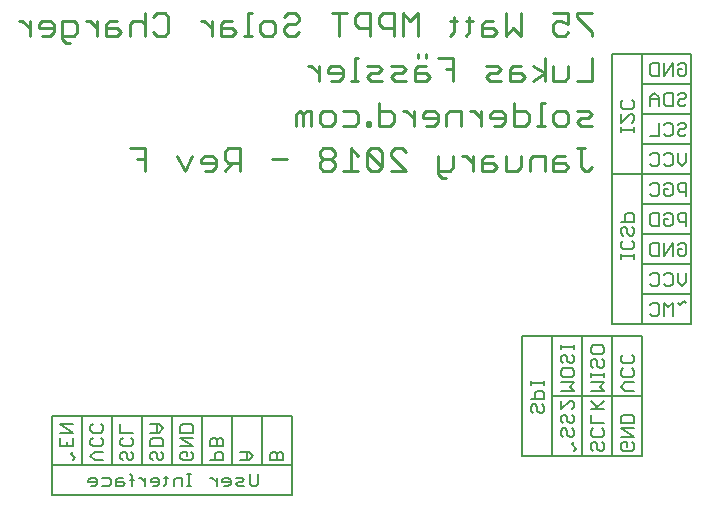
<source format=gbo>
G75*
%MOIN*%
%OFA0B0*%
%FSLAX25Y25*%
%IPPOS*%
%LPD*%
%AMOC8*
5,1,8,0,0,1.08239X$1,22.5*
%
%ADD10C,0.01100*%
%ADD11C,0.00700*%
%ADD12C,0.00591*%
D10*
X0198591Y0213622D02*
X0198591Y0221128D01*
X0193587Y0221128D01*
X0196089Y0217375D02*
X0198591Y0217375D01*
X0209424Y0218626D02*
X0211926Y0213622D01*
X0214428Y0218626D01*
X0217343Y0217375D02*
X0217343Y0216124D01*
X0222347Y0216124D01*
X0222347Y0214873D02*
X0222347Y0217375D01*
X0221096Y0218626D01*
X0218594Y0218626D01*
X0217343Y0217375D01*
X0218594Y0213622D02*
X0221096Y0213622D01*
X0222347Y0214873D01*
X0225262Y0213622D02*
X0227764Y0216124D01*
X0226513Y0216124D02*
X0230266Y0216124D01*
X0230266Y0213622D02*
X0230266Y0221128D01*
X0226513Y0221128D01*
X0225262Y0219877D01*
X0225262Y0217375D01*
X0226513Y0216124D01*
X0241099Y0217375D02*
X0246103Y0217375D01*
X0256937Y0216124D02*
X0256937Y0214873D01*
X0258188Y0213622D01*
X0260690Y0213622D01*
X0261941Y0214873D01*
X0261941Y0216124D01*
X0260690Y0217375D01*
X0258188Y0217375D01*
X0256937Y0216124D01*
X0258188Y0217375D02*
X0256937Y0218626D01*
X0256937Y0219877D01*
X0258188Y0221128D01*
X0260690Y0221128D01*
X0261941Y0219877D01*
X0261941Y0218626D01*
X0260690Y0217375D01*
X0264855Y0213622D02*
X0269860Y0213622D01*
X0267358Y0213622D02*
X0267358Y0221128D01*
X0269860Y0218626D01*
X0272774Y0219877D02*
X0272774Y0214873D01*
X0274025Y0213622D01*
X0276527Y0213622D01*
X0277778Y0214873D01*
X0272774Y0219877D01*
X0274025Y0221128D01*
X0276527Y0221128D01*
X0277778Y0219877D01*
X0277778Y0214873D01*
X0280693Y0213622D02*
X0285697Y0213622D01*
X0280693Y0218626D01*
X0280693Y0219877D01*
X0281944Y0221128D01*
X0284446Y0221128D01*
X0285697Y0219877D01*
X0288337Y0228622D02*
X0288337Y0233626D01*
X0288337Y0231124D02*
X0285835Y0233626D01*
X0284584Y0233626D01*
X0281738Y0232375D02*
X0280487Y0233626D01*
X0276734Y0233626D01*
X0276734Y0236128D02*
X0276734Y0228622D01*
X0280487Y0228622D01*
X0281738Y0229873D01*
X0281738Y0232375D01*
X0273819Y0229873D02*
X0273819Y0228622D01*
X0272568Y0228622D01*
X0272568Y0229873D01*
X0273819Y0229873D01*
X0269860Y0229873D02*
X0268609Y0228622D01*
X0264855Y0228622D01*
X0261941Y0229873D02*
X0260690Y0228622D01*
X0258188Y0228622D01*
X0256937Y0229873D01*
X0256937Y0232375D01*
X0258188Y0233626D01*
X0260690Y0233626D01*
X0261941Y0232375D01*
X0261941Y0229873D01*
X0264855Y0233626D02*
X0268609Y0233626D01*
X0269860Y0232375D01*
X0269860Y0229873D01*
X0269860Y0243622D02*
X0267358Y0243622D01*
X0268609Y0243622D02*
X0268609Y0251128D01*
X0269860Y0251128D01*
X0272774Y0248626D02*
X0276527Y0248626D01*
X0277778Y0247375D01*
X0276527Y0246124D01*
X0274025Y0246124D01*
X0272774Y0244873D01*
X0274025Y0243622D01*
X0277778Y0243622D01*
X0280693Y0244873D02*
X0281944Y0246124D01*
X0284446Y0246124D01*
X0285697Y0247375D01*
X0284446Y0248626D01*
X0280693Y0248626D01*
X0280693Y0244873D02*
X0281944Y0243622D01*
X0285697Y0243622D01*
X0288612Y0243622D02*
X0292365Y0243622D01*
X0293616Y0244873D01*
X0292365Y0246124D01*
X0288612Y0246124D01*
X0288612Y0247375D02*
X0288612Y0243622D01*
X0288612Y0247375D02*
X0289863Y0248626D01*
X0292365Y0248626D01*
X0292365Y0251128D02*
X0292365Y0252380D01*
X0289863Y0252380D02*
X0289863Y0251128D01*
X0296531Y0251128D02*
X0301535Y0251128D01*
X0301535Y0243622D01*
X0301535Y0247375D02*
X0299033Y0247375D01*
X0300352Y0258622D02*
X0301604Y0259873D01*
X0301604Y0264877D01*
X0302855Y0263626D02*
X0300352Y0263626D01*
X0305632Y0263626D02*
X0308134Y0263626D01*
X0306883Y0264877D02*
X0306883Y0259873D01*
X0305632Y0258622D01*
X0311048Y0258622D02*
X0311048Y0262375D01*
X0312299Y0263626D01*
X0314801Y0263626D01*
X0314801Y0261124D02*
X0311048Y0261124D01*
X0311048Y0258622D02*
X0314801Y0258622D01*
X0316053Y0259873D01*
X0314801Y0261124D01*
X0318967Y0258622D02*
X0318967Y0266128D01*
X0323971Y0266128D02*
X0323971Y0258622D01*
X0321469Y0261124D01*
X0318967Y0258622D01*
X0321538Y0248626D02*
X0320287Y0247375D01*
X0320287Y0243622D01*
X0324040Y0243622D01*
X0325291Y0244873D01*
X0324040Y0246124D01*
X0320287Y0246124D01*
X0321538Y0248626D02*
X0324040Y0248626D01*
X0328137Y0248626D02*
X0331890Y0246124D01*
X0328137Y0243622D01*
X0331890Y0243622D02*
X0331890Y0251128D01*
X0334805Y0248626D02*
X0334805Y0243622D01*
X0338558Y0243622D01*
X0339809Y0244873D01*
X0339809Y0248626D01*
X0347728Y0251128D02*
X0347728Y0243622D01*
X0342723Y0243622D01*
X0342723Y0233626D02*
X0346477Y0233626D01*
X0347728Y0232375D01*
X0346477Y0231124D01*
X0343974Y0231124D01*
X0342723Y0229873D01*
X0343974Y0228622D01*
X0347728Y0228622D01*
X0339809Y0229873D02*
X0338558Y0228622D01*
X0336056Y0228622D01*
X0334805Y0229873D01*
X0334805Y0232375D01*
X0336056Y0233626D01*
X0338558Y0233626D01*
X0339809Y0232375D01*
X0339809Y0229873D01*
X0331890Y0228622D02*
X0329388Y0228622D01*
X0330639Y0228622D02*
X0330639Y0236128D01*
X0331890Y0236128D01*
X0326611Y0232375D02*
X0325360Y0233626D01*
X0321607Y0233626D01*
X0321607Y0236128D02*
X0321607Y0228622D01*
X0325360Y0228622D01*
X0326611Y0229873D01*
X0326611Y0232375D01*
X0318692Y0232375D02*
X0317441Y0233626D01*
X0314939Y0233626D01*
X0313688Y0232375D01*
X0313688Y0231124D01*
X0318692Y0231124D01*
X0318692Y0229873D02*
X0318692Y0232375D01*
X0318692Y0229873D02*
X0317441Y0228622D01*
X0314939Y0228622D01*
X0310773Y0228622D02*
X0310773Y0233626D01*
X0308271Y0233626D02*
X0307020Y0233626D01*
X0308271Y0233626D02*
X0310773Y0231124D01*
X0304174Y0228622D02*
X0304174Y0233626D01*
X0300421Y0233626D01*
X0299170Y0232375D01*
X0299170Y0228622D01*
X0296256Y0229873D02*
X0296256Y0232375D01*
X0295005Y0233626D01*
X0292502Y0233626D01*
X0291251Y0232375D01*
X0291251Y0231124D01*
X0296256Y0231124D01*
X0296256Y0229873D02*
X0295005Y0228622D01*
X0292502Y0228622D01*
X0296531Y0218626D02*
X0296531Y0212371D01*
X0297782Y0211120D01*
X0299033Y0211120D01*
X0300284Y0213622D02*
X0296531Y0213622D01*
X0300284Y0213622D02*
X0301535Y0214873D01*
X0301535Y0218626D01*
X0304381Y0218626D02*
X0305632Y0218626D01*
X0308134Y0216124D01*
X0308134Y0213622D02*
X0308134Y0218626D01*
X0311048Y0217375D02*
X0311048Y0213622D01*
X0314801Y0213622D01*
X0316053Y0214873D01*
X0314801Y0216124D01*
X0311048Y0216124D01*
X0311048Y0217375D02*
X0312299Y0218626D01*
X0314801Y0218626D01*
X0318967Y0218626D02*
X0318967Y0213622D01*
X0322720Y0213622D01*
X0323971Y0214873D01*
X0323971Y0218626D01*
X0326886Y0217375D02*
X0326886Y0213622D01*
X0326886Y0217375D02*
X0328137Y0218626D01*
X0331890Y0218626D01*
X0331890Y0213622D01*
X0334805Y0213622D02*
X0338558Y0213622D01*
X0339809Y0214873D01*
X0338558Y0216124D01*
X0334805Y0216124D01*
X0334805Y0217375D02*
X0334805Y0213622D01*
X0334805Y0217375D02*
X0336056Y0218626D01*
X0338558Y0218626D01*
X0342723Y0221128D02*
X0345225Y0221128D01*
X0343974Y0221128D02*
X0343974Y0214873D01*
X0345225Y0213622D01*
X0346477Y0213622D01*
X0347728Y0214873D01*
X0317372Y0243622D02*
X0313619Y0243622D01*
X0312368Y0244873D01*
X0313619Y0246124D01*
X0316121Y0246124D01*
X0317372Y0247375D01*
X0316121Y0248626D01*
X0312368Y0248626D01*
X0334805Y0259873D02*
X0336056Y0258622D01*
X0338558Y0258622D01*
X0339809Y0259873D01*
X0339809Y0262375D02*
X0337307Y0263626D01*
X0336056Y0263626D01*
X0334805Y0262375D01*
X0334805Y0259873D01*
X0334805Y0266128D02*
X0339809Y0266128D01*
X0339809Y0262375D01*
X0342723Y0264877D02*
X0347728Y0259873D01*
X0347728Y0258622D01*
X0347728Y0266128D02*
X0342723Y0266128D01*
X0342723Y0264877D01*
X0289657Y0266128D02*
X0289657Y0258622D01*
X0284652Y0258622D02*
X0284652Y0266128D01*
X0287155Y0263626D01*
X0289657Y0266128D01*
X0281738Y0266128D02*
X0281738Y0258622D01*
X0281738Y0261124D02*
X0277985Y0261124D01*
X0276734Y0262375D01*
X0276734Y0264877D01*
X0277985Y0266128D01*
X0281738Y0266128D01*
X0273819Y0266128D02*
X0273819Y0258622D01*
X0273819Y0261124D02*
X0270066Y0261124D01*
X0268815Y0262375D01*
X0268815Y0264877D01*
X0270066Y0266128D01*
X0273819Y0266128D01*
X0265900Y0266128D02*
X0260896Y0266128D01*
X0263398Y0266128D02*
X0263398Y0258622D01*
X0263330Y0248626D02*
X0260827Y0248626D01*
X0259576Y0247375D01*
X0259576Y0246124D01*
X0264581Y0246124D01*
X0264581Y0244873D02*
X0264581Y0247375D01*
X0263330Y0248626D01*
X0264581Y0244873D02*
X0263330Y0243622D01*
X0260827Y0243622D01*
X0256662Y0243622D02*
X0256662Y0248626D01*
X0256662Y0246124D02*
X0254160Y0248626D01*
X0252909Y0248626D01*
X0248812Y0258622D02*
X0246310Y0258622D01*
X0245059Y0259873D01*
X0245059Y0261124D01*
X0246310Y0262375D01*
X0248812Y0262375D01*
X0250063Y0263626D01*
X0250063Y0264877D01*
X0248812Y0266128D01*
X0246310Y0266128D01*
X0245059Y0264877D01*
X0242144Y0262375D02*
X0242144Y0259873D01*
X0240893Y0258622D01*
X0238391Y0258622D01*
X0237140Y0259873D01*
X0237140Y0262375D01*
X0238391Y0263626D01*
X0240893Y0263626D01*
X0242144Y0262375D01*
X0234225Y0258622D02*
X0231723Y0258622D01*
X0232974Y0258622D02*
X0232974Y0266128D01*
X0234225Y0266128D01*
X0227695Y0263626D02*
X0225193Y0263626D01*
X0223942Y0262375D01*
X0223942Y0258622D01*
X0227695Y0258622D01*
X0228946Y0259873D01*
X0227695Y0261124D01*
X0223942Y0261124D01*
X0221027Y0261124D02*
X0218525Y0263626D01*
X0217274Y0263626D01*
X0221027Y0263626D02*
X0221027Y0258622D01*
X0206510Y0259873D02*
X0205259Y0258622D01*
X0202756Y0258622D01*
X0201505Y0259873D01*
X0198591Y0258622D02*
X0198591Y0266128D01*
X0197340Y0263626D02*
X0198591Y0262375D01*
X0197340Y0263626D02*
X0194838Y0263626D01*
X0193587Y0262375D01*
X0193587Y0258622D01*
X0190672Y0259873D02*
X0189421Y0261124D01*
X0185668Y0261124D01*
X0185668Y0262375D02*
X0185668Y0258622D01*
X0189421Y0258622D01*
X0190672Y0259873D01*
X0189421Y0263626D02*
X0186919Y0263626D01*
X0185668Y0262375D01*
X0182753Y0261124D02*
X0180251Y0263626D01*
X0179000Y0263626D01*
X0176154Y0262375D02*
X0176154Y0259873D01*
X0174903Y0258622D01*
X0171150Y0258622D01*
X0171150Y0257371D02*
X0171150Y0263626D01*
X0174903Y0263626D01*
X0176154Y0262375D01*
X0182753Y0263626D02*
X0182753Y0258622D01*
X0173652Y0256120D02*
X0172401Y0256120D01*
X0171150Y0257371D01*
X0168236Y0259873D02*
X0168236Y0262375D01*
X0166985Y0263626D01*
X0164482Y0263626D01*
X0163231Y0262375D01*
X0163231Y0261124D01*
X0168236Y0261124D01*
X0168236Y0259873D02*
X0166985Y0258622D01*
X0164482Y0258622D01*
X0160317Y0258622D02*
X0160317Y0263626D01*
X0160317Y0261124D02*
X0157815Y0263626D01*
X0156564Y0263626D01*
X0201505Y0264877D02*
X0202756Y0266128D01*
X0205259Y0266128D01*
X0206510Y0264877D01*
X0206510Y0259873D01*
X0248812Y0258622D02*
X0250063Y0259873D01*
X0250269Y0233626D02*
X0249018Y0232375D01*
X0249018Y0228622D01*
X0251520Y0228622D02*
X0251520Y0232375D01*
X0250269Y0233626D01*
X0251520Y0232375D02*
X0252771Y0233626D01*
X0254022Y0233626D01*
X0254022Y0228622D01*
D11*
X0337378Y0155468D02*
X0337378Y0154034D01*
X0337378Y0154751D02*
X0341681Y0154751D01*
X0341681Y0154034D02*
X0341681Y0155468D01*
X0340964Y0152299D02*
X0341681Y0151582D01*
X0341681Y0150147D01*
X0340964Y0149430D01*
X0340247Y0149430D01*
X0339529Y0150147D01*
X0339529Y0151582D01*
X0338812Y0152299D01*
X0338095Y0152299D01*
X0337378Y0151582D01*
X0337378Y0150147D01*
X0338095Y0149430D01*
X0338095Y0147695D02*
X0340964Y0147695D01*
X0341681Y0146978D01*
X0341681Y0145543D01*
X0340964Y0144826D01*
X0338095Y0144826D01*
X0337378Y0145543D01*
X0337378Y0146978D01*
X0338095Y0147695D01*
X0337378Y0143091D02*
X0341681Y0143091D01*
X0340247Y0141657D01*
X0341681Y0140222D01*
X0337378Y0140222D01*
X0337378Y0136903D02*
X0337378Y0134034D01*
X0340247Y0136903D01*
X0340964Y0136903D01*
X0341681Y0136186D01*
X0341681Y0134751D01*
X0340964Y0134034D01*
X0340964Y0132299D02*
X0341681Y0131582D01*
X0341681Y0130147D01*
X0340964Y0129430D01*
X0340247Y0129430D01*
X0339529Y0130147D01*
X0339529Y0131582D01*
X0338812Y0132299D01*
X0338095Y0132299D01*
X0337378Y0131582D01*
X0337378Y0130147D01*
X0338095Y0129430D01*
X0338095Y0127695D02*
X0337378Y0126978D01*
X0337378Y0125543D01*
X0338095Y0124826D01*
X0339529Y0125543D02*
X0339529Y0126978D01*
X0338812Y0127695D01*
X0338095Y0127695D01*
X0339529Y0125543D02*
X0340247Y0124826D01*
X0340964Y0124826D01*
X0341681Y0125543D01*
X0341681Y0126978D01*
X0340964Y0127695D01*
X0341681Y0123091D02*
X0340964Y0122374D01*
X0342399Y0120939D01*
X0341681Y0120222D01*
X0347378Y0120939D02*
X0347378Y0122374D01*
X0348095Y0123091D01*
X0348812Y0123091D01*
X0349529Y0122374D01*
X0349529Y0120939D01*
X0350247Y0120222D01*
X0350964Y0120222D01*
X0351681Y0120939D01*
X0351681Y0122374D01*
X0350964Y0123091D01*
X0350964Y0124826D02*
X0348095Y0124826D01*
X0347378Y0125543D01*
X0347378Y0126978D01*
X0348095Y0127695D01*
X0347378Y0129430D02*
X0347378Y0132299D01*
X0347378Y0134034D02*
X0351681Y0134034D01*
X0349529Y0134751D02*
X0347378Y0136903D01*
X0348812Y0134034D02*
X0351681Y0136903D01*
X0351681Y0140222D02*
X0347378Y0140222D01*
X0347378Y0143091D02*
X0351681Y0143091D01*
X0350247Y0141657D01*
X0351681Y0140222D01*
X0351681Y0144826D02*
X0351681Y0146261D01*
X0351681Y0145543D02*
X0347378Y0145543D01*
X0347378Y0144826D02*
X0347378Y0146261D01*
X0348095Y0147895D02*
X0347378Y0148613D01*
X0347378Y0150047D01*
X0348095Y0150764D01*
X0348812Y0150764D01*
X0349529Y0150047D01*
X0349529Y0148613D01*
X0350247Y0147895D01*
X0350964Y0147895D01*
X0351681Y0148613D01*
X0351681Y0150047D01*
X0350964Y0150764D01*
X0350964Y0152499D02*
X0348095Y0152499D01*
X0347378Y0153216D01*
X0347378Y0154651D01*
X0348095Y0155368D01*
X0350964Y0155368D01*
X0351681Y0154651D01*
X0351681Y0153216D01*
X0350964Y0152499D01*
X0357378Y0151582D02*
X0358095Y0152299D01*
X0357378Y0151582D02*
X0357378Y0150147D01*
X0358095Y0149430D01*
X0360964Y0149430D01*
X0361681Y0150147D01*
X0361681Y0151582D01*
X0360964Y0152299D01*
X0360964Y0147695D02*
X0361681Y0146978D01*
X0361681Y0145543D01*
X0360964Y0144826D01*
X0358095Y0144826D01*
X0357378Y0145543D01*
X0357378Y0146978D01*
X0358095Y0147695D01*
X0358812Y0143091D02*
X0357378Y0141657D01*
X0358812Y0140222D01*
X0361681Y0140222D01*
X0361681Y0143091D02*
X0358812Y0143091D01*
X0358095Y0132299D02*
X0357378Y0131582D01*
X0357378Y0129430D01*
X0361681Y0129430D01*
X0361681Y0131582D01*
X0360964Y0132299D01*
X0358095Y0132299D01*
X0357378Y0127695D02*
X0361681Y0127695D01*
X0361681Y0124826D02*
X0357378Y0124826D01*
X0358095Y0123091D02*
X0357378Y0122374D01*
X0357378Y0120939D01*
X0358095Y0120222D01*
X0360964Y0120222D01*
X0361681Y0120939D01*
X0361681Y0122374D01*
X0360964Y0123091D01*
X0359529Y0123091D02*
X0359529Y0121657D01*
X0359529Y0123091D02*
X0358095Y0123091D01*
X0361681Y0124826D02*
X0357378Y0127695D01*
X0351681Y0126978D02*
X0351681Y0125543D01*
X0350964Y0124826D01*
X0351681Y0126978D02*
X0350964Y0127695D01*
X0351681Y0129430D02*
X0347378Y0129430D01*
X0347378Y0120939D02*
X0348095Y0120222D01*
X0331681Y0133551D02*
X0330964Y0132833D01*
X0330247Y0132833D01*
X0329529Y0133551D01*
X0329529Y0134985D01*
X0328812Y0135703D01*
X0328095Y0135703D01*
X0327378Y0134985D01*
X0327378Y0133551D01*
X0328095Y0132833D01*
X0331681Y0133551D02*
X0331681Y0134985D01*
X0330964Y0135703D01*
X0331681Y0137437D02*
X0327378Y0137437D01*
X0328812Y0137437D02*
X0328812Y0139589D01*
X0329529Y0140306D01*
X0330964Y0140306D01*
X0331681Y0139589D01*
X0331681Y0137437D01*
X0331681Y0142041D02*
X0331681Y0143476D01*
X0331681Y0142759D02*
X0327378Y0142759D01*
X0327378Y0143476D02*
X0327378Y0142041D01*
X0367101Y0165939D02*
X0367818Y0165222D01*
X0369252Y0165222D01*
X0369970Y0165939D01*
X0369970Y0168808D01*
X0369252Y0169526D01*
X0367818Y0169526D01*
X0367101Y0168808D01*
X0371705Y0169526D02*
X0371705Y0165222D01*
X0374574Y0165222D02*
X0374574Y0169526D01*
X0373139Y0168091D01*
X0371705Y0169526D01*
X0376308Y0169526D02*
X0377026Y0168808D01*
X0378460Y0170243D01*
X0379178Y0169526D01*
X0377743Y0175222D02*
X0376308Y0176657D01*
X0376308Y0179526D01*
X0374574Y0178808D02*
X0373856Y0179526D01*
X0372422Y0179526D01*
X0371705Y0178808D01*
X0369970Y0178808D02*
X0369970Y0175939D01*
X0369252Y0175222D01*
X0367818Y0175222D01*
X0367101Y0175939D01*
X0367101Y0178808D02*
X0367818Y0179526D01*
X0369252Y0179526D01*
X0369970Y0178808D01*
X0371705Y0175939D02*
X0372422Y0175222D01*
X0373856Y0175222D01*
X0374574Y0175939D01*
X0374574Y0178808D01*
X0379178Y0179526D02*
X0379178Y0176657D01*
X0377743Y0175222D01*
X0377026Y0185222D02*
X0376308Y0185939D01*
X0376308Y0187374D01*
X0377743Y0187374D01*
X0376308Y0188808D02*
X0377026Y0189526D01*
X0378460Y0189526D01*
X0379178Y0188808D01*
X0379178Y0185939D01*
X0378460Y0185222D01*
X0377026Y0185222D01*
X0374574Y0185222D02*
X0374574Y0189526D01*
X0371705Y0185222D01*
X0371705Y0189526D01*
X0369970Y0189526D02*
X0367818Y0189526D01*
X0367101Y0188808D01*
X0367101Y0185939D01*
X0367818Y0185222D01*
X0369970Y0185222D01*
X0369970Y0189526D01*
X0369970Y0195222D02*
X0367818Y0195222D01*
X0367101Y0195939D01*
X0367101Y0198808D01*
X0367818Y0199526D01*
X0369970Y0199526D01*
X0369970Y0195222D01*
X0371705Y0195939D02*
X0371705Y0197374D01*
X0373139Y0197374D01*
X0371705Y0198808D02*
X0372422Y0199526D01*
X0373856Y0199526D01*
X0374574Y0198808D01*
X0374574Y0195939D01*
X0373856Y0195222D01*
X0372422Y0195222D01*
X0371705Y0195939D01*
X0376308Y0197374D02*
X0376308Y0198808D01*
X0377026Y0199526D01*
X0379178Y0199526D01*
X0379178Y0195222D01*
X0379178Y0196657D02*
X0377026Y0196657D01*
X0376308Y0197374D01*
X0373856Y0205222D02*
X0372422Y0205222D01*
X0371705Y0205939D01*
X0371705Y0207374D01*
X0373139Y0207374D01*
X0371705Y0208808D02*
X0372422Y0209526D01*
X0373856Y0209526D01*
X0374574Y0208808D01*
X0374574Y0205939D01*
X0373856Y0205222D01*
X0376308Y0207374D02*
X0377026Y0206657D01*
X0379178Y0206657D01*
X0379178Y0205222D02*
X0379178Y0209526D01*
X0377026Y0209526D01*
X0376308Y0208808D01*
X0376308Y0207374D01*
X0369970Y0208808D02*
X0369970Y0205939D01*
X0369252Y0205222D01*
X0367818Y0205222D01*
X0367101Y0205939D01*
X0367101Y0208808D02*
X0367818Y0209526D01*
X0369252Y0209526D01*
X0369970Y0208808D01*
X0369252Y0215222D02*
X0367818Y0215222D01*
X0367101Y0215939D01*
X0369252Y0215222D02*
X0369970Y0215939D01*
X0369970Y0218808D01*
X0369252Y0219526D01*
X0367818Y0219526D01*
X0367101Y0218808D01*
X0371705Y0218808D02*
X0372422Y0219526D01*
X0373856Y0219526D01*
X0374574Y0218808D01*
X0374574Y0215939D01*
X0373856Y0215222D01*
X0372422Y0215222D01*
X0371705Y0215939D01*
X0376308Y0216657D02*
X0376308Y0219526D01*
X0376308Y0216657D02*
X0377743Y0215222D01*
X0379178Y0216657D01*
X0379178Y0219526D01*
X0378460Y0225222D02*
X0379178Y0225939D01*
X0378460Y0225222D02*
X0377026Y0225222D01*
X0376308Y0225939D01*
X0376308Y0226657D01*
X0377026Y0227374D01*
X0378460Y0227374D01*
X0379178Y0228091D01*
X0379178Y0228808D01*
X0378460Y0229526D01*
X0377026Y0229526D01*
X0376308Y0228808D01*
X0374574Y0228808D02*
X0374574Y0225939D01*
X0373856Y0225222D01*
X0372422Y0225222D01*
X0371705Y0225939D01*
X0369970Y0225222D02*
X0367101Y0225222D01*
X0369970Y0225222D02*
X0369970Y0229526D01*
X0371705Y0228808D02*
X0372422Y0229526D01*
X0373856Y0229526D01*
X0374574Y0228808D01*
X0374574Y0235222D02*
X0372422Y0235222D01*
X0371705Y0235939D01*
X0371705Y0238808D01*
X0372422Y0239526D01*
X0374574Y0239526D01*
X0374574Y0235222D01*
X0376308Y0235939D02*
X0377026Y0235222D01*
X0378460Y0235222D01*
X0379178Y0235939D01*
X0378460Y0237374D02*
X0377026Y0237374D01*
X0376308Y0236657D01*
X0376308Y0235939D01*
X0378460Y0237374D02*
X0379178Y0238091D01*
X0379178Y0238808D01*
X0378460Y0239526D01*
X0377026Y0239526D01*
X0376308Y0238808D01*
X0369970Y0238091D02*
X0369970Y0235222D01*
X0369970Y0237374D02*
X0367101Y0237374D01*
X0367101Y0238091D02*
X0367101Y0235222D01*
X0367101Y0238091D02*
X0368535Y0239526D01*
X0369970Y0238091D01*
X0369970Y0245222D02*
X0367818Y0245222D01*
X0367101Y0245939D01*
X0367101Y0248808D01*
X0367818Y0249526D01*
X0369970Y0249526D01*
X0369970Y0245222D01*
X0371705Y0245222D02*
X0371705Y0249526D01*
X0374574Y0249526D02*
X0371705Y0245222D01*
X0374574Y0245222D02*
X0374574Y0249526D01*
X0376308Y0248808D02*
X0377026Y0249526D01*
X0378460Y0249526D01*
X0379178Y0248808D01*
X0379178Y0245939D01*
X0378460Y0245222D01*
X0377026Y0245222D01*
X0376308Y0245939D01*
X0376308Y0247374D01*
X0377743Y0247374D01*
X0361681Y0236409D02*
X0361681Y0234974D01*
X0360964Y0234257D01*
X0358095Y0234257D01*
X0357378Y0234974D01*
X0357378Y0236409D01*
X0358095Y0237126D01*
X0360964Y0237126D02*
X0361681Y0236409D01*
X0360964Y0232522D02*
X0361681Y0231805D01*
X0361681Y0230370D01*
X0360964Y0229653D01*
X0361681Y0228018D02*
X0361681Y0226583D01*
X0361681Y0227301D02*
X0357378Y0227301D01*
X0357378Y0228018D02*
X0357378Y0226583D01*
X0357378Y0229653D02*
X0360247Y0232522D01*
X0360964Y0232522D01*
X0357378Y0232522D02*
X0357378Y0229653D01*
X0359529Y0199428D02*
X0358812Y0198710D01*
X0358812Y0196559D01*
X0357378Y0196559D02*
X0361681Y0196559D01*
X0361681Y0198710D01*
X0360964Y0199428D01*
X0359529Y0199428D01*
X0358812Y0194824D02*
X0358095Y0194824D01*
X0357378Y0194107D01*
X0357378Y0192672D01*
X0358095Y0191955D01*
X0359529Y0192672D02*
X0359529Y0194107D01*
X0358812Y0194824D01*
X0360964Y0194824D02*
X0361681Y0194107D01*
X0361681Y0192672D01*
X0360964Y0191955D01*
X0360247Y0191955D01*
X0359529Y0192672D01*
X0358095Y0190220D02*
X0357378Y0189503D01*
X0357378Y0188068D01*
X0358095Y0187351D01*
X0360964Y0187351D01*
X0361681Y0188068D01*
X0361681Y0189503D01*
X0360964Y0190220D01*
X0361681Y0185716D02*
X0361681Y0184281D01*
X0361681Y0184999D02*
X0357378Y0184999D01*
X0357378Y0185716D02*
X0357378Y0184281D01*
X0244806Y0119249D02*
X0244806Y0117097D01*
X0240503Y0117097D01*
X0240503Y0119249D01*
X0241220Y0119966D01*
X0241937Y0119966D01*
X0242654Y0119249D01*
X0242654Y0117097D01*
X0242654Y0119249D02*
X0243372Y0119966D01*
X0244089Y0119966D01*
X0244806Y0119249D01*
X0234806Y0118532D02*
X0233372Y0119966D01*
X0230503Y0119966D01*
X0232654Y0119966D02*
X0232654Y0117097D01*
X0233372Y0117097D02*
X0234806Y0118532D01*
X0233372Y0117097D02*
X0230503Y0117097D01*
X0233592Y0112651D02*
X0233592Y0109064D01*
X0234309Y0108347D01*
X0235744Y0108347D01*
X0236461Y0109064D01*
X0236461Y0112651D01*
X0231857Y0110499D02*
X0231140Y0111216D01*
X0228988Y0111216D01*
X0229705Y0109782D02*
X0228988Y0109064D01*
X0229705Y0108347D01*
X0231857Y0108347D01*
X0231140Y0109782D02*
X0231857Y0110499D01*
X0231140Y0109782D02*
X0229705Y0109782D01*
X0227253Y0109782D02*
X0224384Y0109782D01*
X0224384Y0110499D01*
X0225101Y0111216D01*
X0226536Y0111216D01*
X0227253Y0110499D01*
X0227253Y0109064D01*
X0226536Y0108347D01*
X0225101Y0108347D01*
X0222649Y0108347D02*
X0222649Y0111216D01*
X0222649Y0109782D02*
X0221214Y0111216D01*
X0220497Y0111216D01*
X0220503Y0117097D02*
X0224806Y0117097D01*
X0224806Y0119249D01*
X0224089Y0119966D01*
X0222654Y0119966D01*
X0221937Y0119249D01*
X0221937Y0117097D01*
X0222654Y0121701D02*
X0222654Y0123853D01*
X0221937Y0124570D01*
X0221220Y0124570D01*
X0220503Y0123853D01*
X0220503Y0121701D01*
X0224806Y0121701D01*
X0224806Y0123853D01*
X0224089Y0124570D01*
X0223372Y0124570D01*
X0222654Y0123853D01*
X0214806Y0124570D02*
X0210503Y0124570D01*
X0214806Y0121701D01*
X0210503Y0121701D01*
X0211220Y0119966D02*
X0210503Y0119249D01*
X0210503Y0117814D01*
X0211220Y0117097D01*
X0214089Y0117097D01*
X0214806Y0117814D01*
X0214806Y0119249D01*
X0214089Y0119966D01*
X0212654Y0119966D02*
X0212654Y0118532D01*
X0212654Y0119966D02*
X0211220Y0119966D01*
X0210503Y0126305D02*
X0210503Y0128457D01*
X0211220Y0129174D01*
X0214089Y0129174D01*
X0214806Y0128457D01*
X0214806Y0126305D01*
X0210503Y0126305D01*
X0204806Y0127739D02*
X0203372Y0129174D01*
X0200503Y0129174D01*
X0202654Y0129174D02*
X0202654Y0126305D01*
X0203372Y0126305D02*
X0204806Y0127739D01*
X0203372Y0126305D02*
X0200503Y0126305D01*
X0201220Y0124570D02*
X0204089Y0124570D01*
X0204806Y0123853D01*
X0204806Y0121701D01*
X0200503Y0121701D01*
X0200503Y0123853D01*
X0201220Y0124570D01*
X0201220Y0119966D02*
X0200503Y0119249D01*
X0200503Y0117814D01*
X0201220Y0117097D01*
X0202654Y0117814D02*
X0202654Y0119249D01*
X0201937Y0119966D01*
X0201220Y0119966D01*
X0202654Y0117814D02*
X0203372Y0117097D01*
X0204089Y0117097D01*
X0204806Y0117814D01*
X0204806Y0119249D01*
X0204089Y0119966D01*
X0205818Y0111933D02*
X0205818Y0109064D01*
X0205101Y0108347D01*
X0203466Y0109064D02*
X0203466Y0110499D01*
X0202749Y0111216D01*
X0201314Y0111216D01*
X0200597Y0110499D01*
X0200597Y0109782D01*
X0203466Y0109782D01*
X0203466Y0109064D02*
X0202749Y0108347D01*
X0201314Y0108347D01*
X0198862Y0108347D02*
X0198862Y0111216D01*
X0198862Y0109782D02*
X0197428Y0111216D01*
X0196710Y0111216D01*
X0195026Y0110499D02*
X0193591Y0110499D01*
X0194308Y0111933D02*
X0194308Y0108347D01*
X0191956Y0109064D02*
X0191239Y0109782D01*
X0189087Y0109782D01*
X0189087Y0110499D02*
X0189087Y0108347D01*
X0191239Y0108347D01*
X0191956Y0109064D01*
X0191239Y0111216D02*
X0189804Y0111216D01*
X0189087Y0110499D01*
X0187352Y0110499D02*
X0186635Y0111216D01*
X0184483Y0111216D01*
X0182748Y0110499D02*
X0182031Y0111216D01*
X0180597Y0111216D01*
X0179879Y0110499D01*
X0179879Y0109782D01*
X0182748Y0109782D01*
X0182748Y0110499D02*
X0182748Y0109064D01*
X0182031Y0108347D01*
X0180597Y0108347D01*
X0184483Y0108347D02*
X0186635Y0108347D01*
X0187352Y0109064D01*
X0187352Y0110499D01*
X0193591Y0112651D02*
X0194308Y0111933D01*
X0194089Y0117097D02*
X0193372Y0117097D01*
X0192654Y0117814D01*
X0192654Y0119249D01*
X0191937Y0119966D01*
X0191220Y0119966D01*
X0190503Y0119249D01*
X0190503Y0117814D01*
X0191220Y0117097D01*
X0194089Y0117097D02*
X0194806Y0117814D01*
X0194806Y0119249D01*
X0194089Y0119966D01*
X0194089Y0121701D02*
X0191220Y0121701D01*
X0190503Y0122418D01*
X0190503Y0123853D01*
X0191220Y0124570D01*
X0190503Y0126305D02*
X0190503Y0129174D01*
X0190503Y0126305D02*
X0194806Y0126305D01*
X0194089Y0124570D02*
X0194806Y0123853D01*
X0194806Y0122418D01*
X0194089Y0121701D01*
X0184806Y0122418D02*
X0184089Y0121701D01*
X0181220Y0121701D01*
X0180503Y0122418D01*
X0180503Y0123853D01*
X0181220Y0124570D01*
X0181220Y0126305D02*
X0180503Y0127022D01*
X0180503Y0128457D01*
X0181220Y0129174D01*
X0184089Y0129174D02*
X0184806Y0128457D01*
X0184806Y0127022D01*
X0184089Y0126305D01*
X0181220Y0126305D01*
X0184089Y0124570D02*
X0184806Y0123853D01*
X0184806Y0122418D01*
X0184806Y0119966D02*
X0181937Y0119966D01*
X0180503Y0118532D01*
X0181937Y0117097D01*
X0184806Y0117097D01*
X0175524Y0117814D02*
X0174089Y0119249D01*
X0174806Y0119966D01*
X0174806Y0121701D02*
X0170503Y0121701D01*
X0170503Y0124570D01*
X0170503Y0126305D02*
X0174806Y0126305D01*
X0170503Y0129174D01*
X0174806Y0129174D01*
X0174806Y0124570D02*
X0174806Y0121701D01*
X0172654Y0121701D02*
X0172654Y0123136D01*
X0175524Y0117814D02*
X0174806Y0117097D01*
X0205101Y0111216D02*
X0206535Y0111216D01*
X0208270Y0110499D02*
X0208987Y0111216D01*
X0211139Y0111216D01*
X0211139Y0108347D01*
X0212774Y0108347D02*
X0214209Y0108347D01*
X0213491Y0108347D02*
X0213491Y0112651D01*
X0212774Y0112651D02*
X0214209Y0112651D01*
X0208270Y0110499D02*
X0208270Y0108347D01*
D12*
X0167653Y0105497D02*
X0167653Y0131747D01*
X0177653Y0131747D01*
X0177653Y0115497D01*
X0167653Y0115497D01*
X0177653Y0115497D02*
X0187653Y0115497D01*
X0187653Y0131747D01*
X0197653Y0131747D01*
X0197653Y0115497D01*
X0187653Y0115497D01*
X0197653Y0115497D02*
X0207653Y0115497D01*
X0207653Y0131747D01*
X0217653Y0131747D01*
X0217653Y0115497D01*
X0207653Y0115497D01*
X0217653Y0115497D02*
X0227653Y0115497D01*
X0227653Y0131747D01*
X0237653Y0131747D01*
X0237653Y0115497D01*
X0227653Y0115497D01*
X0237653Y0115497D02*
X0247653Y0115497D01*
X0247653Y0105497D01*
X0167653Y0105497D01*
X0177653Y0131747D02*
X0187653Y0131747D01*
X0197653Y0131747D02*
X0207653Y0131747D01*
X0217653Y0131747D02*
X0227653Y0131747D01*
X0237653Y0131747D02*
X0247653Y0131747D01*
X0247653Y0115497D01*
X0324528Y0118622D02*
X0324528Y0158622D01*
X0334528Y0158622D01*
X0334528Y0138622D01*
X0364528Y0138622D01*
X0364528Y0118622D01*
X0354528Y0118622D01*
X0354528Y0158622D01*
X0364528Y0158622D01*
X0364528Y0138622D01*
X0354528Y0118622D02*
X0344528Y0118622D01*
X0344528Y0158622D01*
X0354528Y0158622D01*
X0354528Y0162372D02*
X0364528Y0162372D01*
X0364528Y0172372D01*
X0380778Y0172372D01*
X0380778Y0162372D01*
X0364528Y0162372D01*
X0354528Y0162372D02*
X0354528Y0212372D01*
X0354528Y0252372D01*
X0364528Y0252372D01*
X0380778Y0252372D01*
X0380778Y0242372D01*
X0364528Y0242372D01*
X0364528Y0252372D01*
X0364528Y0242372D02*
X0364528Y0232372D01*
X0380778Y0232372D01*
X0380778Y0222372D01*
X0364528Y0222372D01*
X0364528Y0232372D01*
X0364528Y0222372D02*
X0364528Y0202372D01*
X0380778Y0202372D01*
X0380778Y0192372D01*
X0364528Y0192372D01*
X0364528Y0202372D01*
X0354528Y0212372D02*
X0380778Y0212372D01*
X0380778Y0202372D01*
X0380778Y0212372D02*
X0380778Y0222372D01*
X0380778Y0232372D02*
X0380778Y0242372D01*
X0380778Y0192372D02*
X0380778Y0182372D01*
X0364528Y0182372D01*
X0364528Y0192372D01*
X0364528Y0182372D02*
X0364528Y0172372D01*
X0380778Y0172372D02*
X0380778Y0182372D01*
X0344528Y0158622D02*
X0334528Y0158622D01*
X0334528Y0138622D02*
X0334528Y0118622D01*
X0324528Y0118622D01*
X0334528Y0118622D02*
X0344528Y0118622D01*
M02*

</source>
